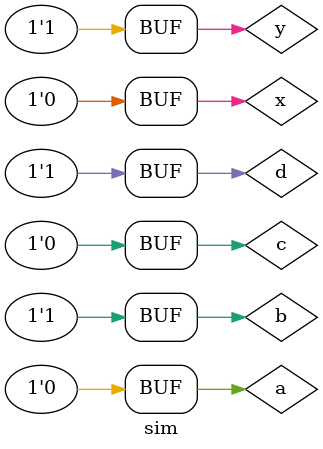
<source format=v>
`timescale 1ns / 1ps
module sim;
    reg x;
    reg y;
    reg a;
    reg b;
    reg c;
    reg d;
    wire z;
    comparator uut(
        .x(x),
        .y(y),
        .a(a),
        .b(b),
        .c(c),
        .d(d),
        .z(z)
    );
    initial begin
    
    a=0;
    b=1;
    c=0;
    d=1;
    
    x=0;
    y=0;
    
    #20 x=1;
    #20 y=1;
    #20 x=0;
    #40;
    end
    
    initial begin
    $monitor("x=%d,y=%d,z=%d\n",x,y,z);
    end
    
endmodule
</source>
